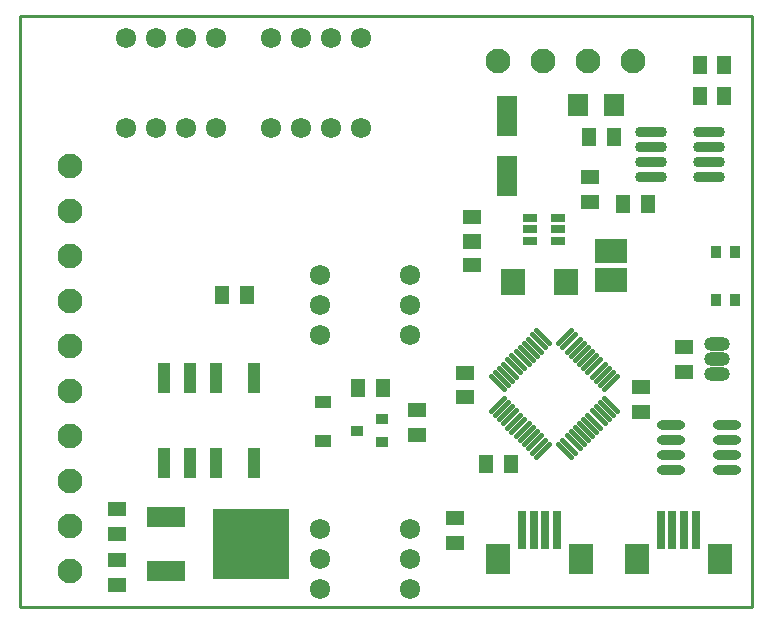
<source format=gts>
%FSLAX25Y25*%
%MOIN*%
G70*
G01*
G75*
G04 Layer_Color=8388736*
%ADD10R,0.04331X0.05512*%
%ADD11R,0.03543X0.02756*%
%ADD12R,0.04803X0.03583*%
%ADD13R,0.03150X0.09449*%
%ADD14R,0.05512X0.04331*%
%ADD15R,0.24410X0.22835*%
%ADD16R,0.11811X0.06299*%
%ADD17R,0.07087X0.08268*%
%ADD18R,0.10039X0.07677*%
%ADD19R,0.04331X0.02362*%
G04:AMPARAMS|DCode=20|XSize=9.84mil|YSize=70.87mil|CornerRadius=0mil|HoleSize=0mil|Usage=FLASHONLY|Rotation=135.000|XOffset=0mil|YOffset=0mil|HoleType=Round|Shape=Round|*
%AMOVALD20*
21,1,0.06102,0.00984,0.00000,0.00000,225.0*
1,1,0.00984,0.02158,0.02158*
1,1,0.00984,-0.02158,-0.02158*
%
%ADD20OVALD20*%

G04:AMPARAMS|DCode=21|XSize=9.84mil|YSize=70.87mil|CornerRadius=0mil|HoleSize=0mil|Usage=FLASHONLY|Rotation=45.000|XOffset=0mil|YOffset=0mil|HoleType=Round|Shape=Round|*
%AMOVALD21*
21,1,0.06102,0.00984,0.00000,0.00000,135.0*
1,1,0.00984,0.02158,-0.02158*
1,1,0.00984,-0.02158,0.02158*
%
%ADD21OVALD21*%

%ADD22R,0.07087X0.09055*%
%ADD23R,0.02362X0.11811*%
%ADD24O,0.08661X0.02362*%
%ADD25R,0.02756X0.03150*%
%ADD26R,0.06000X0.07000*%
%ADD27R,0.06299X0.12598*%
%ADD28O,0.09843X0.02756*%
%ADD29C,0.00800*%
%ADD30C,0.01969*%
%ADD31C,0.00984*%
%ADD32C,0.03937*%
%ADD33C,0.03543*%
%ADD34C,0.01181*%
%ADD35C,0.05906*%
%ADD36C,0.02756*%
%ADD37C,0.11811*%
%ADD38C,0.03150*%
%ADD39C,0.01500*%
%ADD40C,0.01575*%
%ADD41C,0.01000*%
%ADD42C,0.07480*%
%ADD43C,0.06000*%
%ADD44O,0.07874X0.03937*%
%ADD45O,0.07874X0.03937*%
%ADD46C,0.02362*%
%ADD47R,0.15748X0.19685*%
%ADD48R,0.07000X0.06000*%
G04:AMPARAMS|DCode=49|XSize=59.06mil|YSize=39.37mil|CornerRadius=1.97mil|HoleSize=0mil|Usage=FLASHONLY|Rotation=90.000|XOffset=0mil|YOffset=0mil|HoleType=Round|Shape=RoundedRectangle|*
%AMROUNDEDRECTD49*
21,1,0.05906,0.03543,0,0,90.0*
21,1,0.05512,0.03937,0,0,90.0*
1,1,0.00394,0.01772,0.02756*
1,1,0.00394,0.01772,-0.02756*
1,1,0.00394,-0.01772,-0.02756*
1,1,0.00394,-0.01772,0.02756*
%
%ADD49ROUNDEDRECTD49*%
%ADD50R,0.04600X0.04600*%
%ADD51R,0.07480X0.06299*%
%ADD52R,0.04724X0.10236*%
%ADD53C,0.07874*%
%ADD54C,0.15748*%
%ADD55C,0.13780*%
%ADD56C,0.00827*%
%ADD57C,0.02362*%
%ADD58C,0.00787*%
%ADD59C,0.00394*%
%ADD60C,0.00500*%
%ADD61C,0.00591*%
%ADD62C,0.00669*%
%ADD63R,0.06299X0.01969*%
%ADD64R,0.05118X0.06299*%
%ADD65R,0.04331X0.03543*%
%ADD66R,0.05591X0.04370*%
%ADD67R,0.03937X0.10236*%
%ADD68R,0.06299X0.05118*%
%ADD69R,0.25197X0.23622*%
%ADD70R,0.12598X0.07087*%
%ADD71R,0.07874X0.09055*%
%ADD72R,0.10827X0.08465*%
%ADD73R,0.05118X0.03150*%
G04:AMPARAMS|DCode=74|XSize=17.72mil|YSize=78.74mil|CornerRadius=0mil|HoleSize=0mil|Usage=FLASHONLY|Rotation=135.000|XOffset=0mil|YOffset=0mil|HoleType=Round|Shape=Round|*
%AMOVALD74*
21,1,0.06102,0.01772,0.00000,0.00000,225.0*
1,1,0.01772,0.02158,0.02158*
1,1,0.01772,-0.02158,-0.02158*
%
%ADD74OVALD74*%

G04:AMPARAMS|DCode=75|XSize=17.72mil|YSize=78.74mil|CornerRadius=0mil|HoleSize=0mil|Usage=FLASHONLY|Rotation=45.000|XOffset=0mil|YOffset=0mil|HoleType=Round|Shape=Round|*
%AMOVALD75*
21,1,0.06102,0.01772,0.00000,0.00000,135.0*
1,1,0.01772,0.02158,-0.02158*
1,1,0.01772,-0.02158,0.02158*
%
%ADD75OVALD75*%

%ADD76R,0.07874X0.09843*%
%ADD77R,0.03150X0.12598*%
%ADD78O,0.09449X0.03150*%
%ADD79R,0.03543X0.03937*%
%ADD80R,0.06787X0.07787*%
%ADD81R,0.07087X0.13386*%
%ADD82O,0.10630X0.03543*%
%ADD83C,0.08268*%
%ADD84C,0.06787*%
%ADD85O,0.08661X0.04724*%
%ADD86O,0.08661X0.04724*%
D41*
X0Y0D02*
Y196850D01*
X244094D01*
Y0D02*
Y196850D01*
X0Y0D02*
X244094D01*
D64*
X121063Y72835D02*
D03*
X112795D02*
D03*
X75787Y103937D02*
D03*
X67520D02*
D03*
X234842Y180709D02*
D03*
X226575D02*
D03*
Y170079D02*
D03*
X234842D02*
D03*
X163583Y47638D02*
D03*
X155315D02*
D03*
X198031Y156496D02*
D03*
X189764D02*
D03*
X209350Y134154D02*
D03*
X201083D02*
D03*
D65*
X112205Y58661D02*
D03*
X120866Y62402D02*
D03*
Y54921D02*
D03*
D66*
X101181Y68258D02*
D03*
Y55364D02*
D03*
D67*
X48031Y48031D02*
D03*
Y76378D02*
D03*
X56693Y48031D02*
D03*
Y76378D02*
D03*
X65354D02*
D03*
Y48031D02*
D03*
X77953D02*
D03*
Y76378D02*
D03*
D68*
X32283Y24213D02*
D03*
Y32480D02*
D03*
X132283Y57284D02*
D03*
Y65551D02*
D03*
X32283Y7283D02*
D03*
Y15551D02*
D03*
X189961Y143209D02*
D03*
Y134941D02*
D03*
X221457Y78248D02*
D03*
Y86516D02*
D03*
X145079Y29528D02*
D03*
Y21260D02*
D03*
X150787Y129921D02*
D03*
Y121654D02*
D03*
Y113780D02*
D03*
Y122047D02*
D03*
X148327Y69784D02*
D03*
Y78051D02*
D03*
X206890Y73228D02*
D03*
Y64961D02*
D03*
D69*
X77165Y20866D02*
D03*
D70*
X48819Y11850D02*
D03*
Y29882D02*
D03*
D71*
X182185Y108366D02*
D03*
X164469D02*
D03*
D72*
X196949Y118602D02*
D03*
Y108760D02*
D03*
D73*
X170079Y129528D02*
D03*
Y125787D02*
D03*
Y122047D02*
D03*
X179528D02*
D03*
Y125787D02*
D03*
Y129528D02*
D03*
D74*
X159219Y67247D02*
D03*
X160611Y65855D02*
D03*
X162003Y64463D02*
D03*
X163395Y63071D02*
D03*
X164787Y61679D02*
D03*
X166179Y60287D02*
D03*
X167571Y58895D02*
D03*
X168963Y57503D02*
D03*
X170355Y56112D02*
D03*
X171747Y54720D02*
D03*
X173139Y53328D02*
D03*
X174531Y51936D02*
D03*
X197080Y74485D02*
D03*
X195688Y75877D02*
D03*
X194296Y77269D02*
D03*
X192904Y78661D02*
D03*
X191512Y80053D02*
D03*
X190120Y81445D02*
D03*
X188728Y82837D02*
D03*
X187336Y84229D02*
D03*
X185944Y85621D02*
D03*
X184553Y87013D02*
D03*
X183161Y88405D02*
D03*
X181769Y89797D02*
D03*
D75*
Y51936D02*
D03*
X183161Y53328D02*
D03*
X184553Y54720D02*
D03*
X185944Y56112D02*
D03*
X187336Y57504D02*
D03*
X188728Y58895D02*
D03*
X190120Y60287D02*
D03*
X191512Y61679D02*
D03*
X192904Y63071D02*
D03*
X194296Y64463D02*
D03*
X195688Y65855D02*
D03*
X197080Y67247D02*
D03*
X174531Y89797D02*
D03*
X173139Y88405D02*
D03*
X171747Y87013D02*
D03*
X170355Y85621D02*
D03*
X168963Y84229D02*
D03*
X167571Y82837D02*
D03*
X166179Y81445D02*
D03*
X164787Y80053D02*
D03*
X163395Y78661D02*
D03*
X162003Y77269D02*
D03*
X160611Y75877D02*
D03*
X159219Y74485D02*
D03*
D76*
X159449Y15748D02*
D03*
X187008D02*
D03*
X205709D02*
D03*
X233268D02*
D03*
D77*
X179134Y25591D02*
D03*
X175197D02*
D03*
X171260D02*
D03*
X167323D02*
D03*
X225394D02*
D03*
X221457D02*
D03*
X217520D02*
D03*
X213583D02*
D03*
D78*
X235827Y45650D02*
D03*
Y50650D02*
D03*
Y55650D02*
D03*
Y60650D02*
D03*
X216929Y45650D02*
D03*
Y50650D02*
D03*
Y55650D02*
D03*
Y60650D02*
D03*
D79*
X238287Y102362D02*
D03*
X232185D02*
D03*
X238287Y118110D02*
D03*
X232185D02*
D03*
D80*
X185929Y167323D02*
D03*
X197929D02*
D03*
D81*
X162402Y163386D02*
D03*
Y143701D02*
D03*
D82*
X229724Y143288D02*
D03*
Y148287D02*
D03*
Y153287D02*
D03*
Y158288D02*
D03*
X210433Y143288D02*
D03*
Y148287D02*
D03*
Y153287D02*
D03*
Y158288D02*
D03*
D83*
X16732Y131811D02*
D03*
Y146811D02*
D03*
Y116811D02*
D03*
Y101811D02*
D03*
Y86811D02*
D03*
Y71811D02*
D03*
Y56811D02*
D03*
Y41811D02*
D03*
Y26811D02*
D03*
Y11811D02*
D03*
X204449Y181890D02*
D03*
X189449D02*
D03*
X174449D02*
D03*
X159449D02*
D03*
D84*
X83661Y159449D02*
D03*
X93661D02*
D03*
X103661D02*
D03*
X113661D02*
D03*
Y189449D02*
D03*
X103661D02*
D03*
X93661D02*
D03*
X83661D02*
D03*
X99921Y90551D02*
D03*
X99921Y100551D02*
D03*
Y110551D02*
D03*
X129921D02*
D03*
X129921Y100551D02*
D03*
Y90551D02*
D03*
X99921Y5906D02*
D03*
Y15905D02*
D03*
X99921Y25905D02*
D03*
X129921Y25905D02*
D03*
Y15905D02*
D03*
X129921Y5906D02*
D03*
X35433Y159449D02*
D03*
X45433D02*
D03*
X55433D02*
D03*
X65433D02*
D03*
Y189449D02*
D03*
X55433D02*
D03*
X45433D02*
D03*
X35433D02*
D03*
D85*
X232283Y77677D02*
D03*
Y82677D02*
D03*
D86*
Y87677D02*
D03*
M02*

</source>
